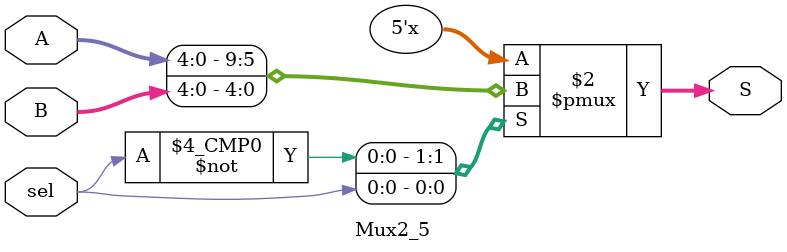
<source format=sv>
module Mux2_5(
	input logic [4:0] A,
	input logic [4:0] B,
	output logic [4:0] S,
	input logic sel
);

always
	case(sel)
		3'b0: S = A;
		3'b1: S = B;
	endcase

endmodule: Mux2_5

</source>
